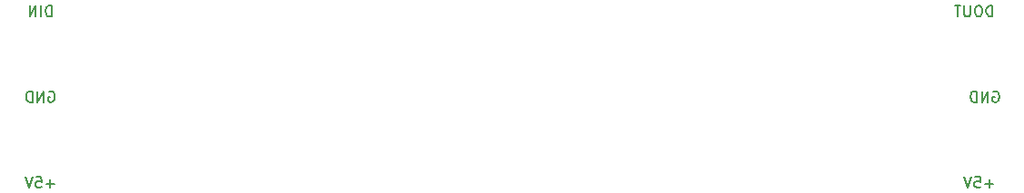
<source format=gbr>
G04 #@! TF.FileFunction,Legend,Bot*
%FSLAX46Y46*%
G04 Gerber Fmt 4.6, Leading zero omitted, Abs format (unit mm)*
G04 Created by KiCad (PCBNEW (after 2015-may-25 BZR unknown)-product) date 6/10/2015 5:05:59 PM*
%MOMM*%
G01*
G04 APERTURE LIST*
%ADD10C,0.100000*%
%ADD11C,0.150000*%
G04 APERTURE END LIST*
D10*
D11*
X73285714Y-76071429D02*
X72523809Y-76071429D01*
X72904761Y-76452381D02*
X72904761Y-75690476D01*
X71571428Y-75452381D02*
X72047619Y-75452381D01*
X72095238Y-75928571D01*
X72047619Y-75880952D01*
X71952381Y-75833333D01*
X71714285Y-75833333D01*
X71619047Y-75880952D01*
X71571428Y-75928571D01*
X71523809Y-76023810D01*
X71523809Y-76261905D01*
X71571428Y-76357143D01*
X71619047Y-76404762D01*
X71714285Y-76452381D01*
X71952381Y-76452381D01*
X72047619Y-76404762D01*
X72095238Y-76357143D01*
X71238095Y-75452381D02*
X70904762Y-76452381D01*
X70571428Y-75452381D01*
X72761904Y-67500000D02*
X72857142Y-67452381D01*
X72999999Y-67452381D01*
X73142857Y-67500000D01*
X73238095Y-67595238D01*
X73285714Y-67690476D01*
X73333333Y-67880952D01*
X73333333Y-68023810D01*
X73285714Y-68214286D01*
X73238095Y-68309524D01*
X73142857Y-68404762D01*
X72999999Y-68452381D01*
X72904761Y-68452381D01*
X72761904Y-68404762D01*
X72714285Y-68357143D01*
X72714285Y-68023810D01*
X72904761Y-68023810D01*
X72285714Y-68452381D02*
X72285714Y-67452381D01*
X71714285Y-68452381D01*
X71714285Y-67452381D01*
X71238095Y-68452381D02*
X71238095Y-67452381D01*
X71000000Y-67452381D01*
X70857142Y-67500000D01*
X70761904Y-67595238D01*
X70714285Y-67690476D01*
X70666666Y-67880952D01*
X70666666Y-68023810D01*
X70714285Y-68214286D01*
X70761904Y-68309524D01*
X70857142Y-68404762D01*
X71000000Y-68452381D01*
X71238095Y-68452381D01*
X73023809Y-60452381D02*
X73023809Y-59452381D01*
X72785714Y-59452381D01*
X72642856Y-59500000D01*
X72547618Y-59595238D01*
X72499999Y-59690476D01*
X72452380Y-59880952D01*
X72452380Y-60023810D01*
X72499999Y-60214286D01*
X72547618Y-60309524D01*
X72642856Y-60404762D01*
X72785714Y-60452381D01*
X73023809Y-60452381D01*
X72023809Y-60452381D02*
X72023809Y-59452381D01*
X71547619Y-60452381D02*
X71547619Y-59452381D01*
X70976190Y-60452381D01*
X70976190Y-59452381D01*
X160785714Y-76071429D02*
X160023809Y-76071429D01*
X160404761Y-76452381D02*
X160404761Y-75690476D01*
X159071428Y-75452381D02*
X159547619Y-75452381D01*
X159595238Y-75928571D01*
X159547619Y-75880952D01*
X159452381Y-75833333D01*
X159214285Y-75833333D01*
X159119047Y-75880952D01*
X159071428Y-75928571D01*
X159023809Y-76023810D01*
X159023809Y-76261905D01*
X159071428Y-76357143D01*
X159119047Y-76404762D01*
X159214285Y-76452381D01*
X159452381Y-76452381D01*
X159547619Y-76404762D01*
X159595238Y-76357143D01*
X158738095Y-75452381D02*
X158404762Y-76452381D01*
X158071428Y-75452381D01*
X160761904Y-67500000D02*
X160857142Y-67452381D01*
X160999999Y-67452381D01*
X161142857Y-67500000D01*
X161238095Y-67595238D01*
X161285714Y-67690476D01*
X161333333Y-67880952D01*
X161333333Y-68023810D01*
X161285714Y-68214286D01*
X161238095Y-68309524D01*
X161142857Y-68404762D01*
X160999999Y-68452381D01*
X160904761Y-68452381D01*
X160761904Y-68404762D01*
X160714285Y-68357143D01*
X160714285Y-68023810D01*
X160904761Y-68023810D01*
X160285714Y-68452381D02*
X160285714Y-67452381D01*
X159714285Y-68452381D01*
X159714285Y-67452381D01*
X159238095Y-68452381D02*
X159238095Y-67452381D01*
X159000000Y-67452381D01*
X158857142Y-67500000D01*
X158761904Y-67595238D01*
X158714285Y-67690476D01*
X158666666Y-67880952D01*
X158666666Y-68023810D01*
X158714285Y-68214286D01*
X158761904Y-68309524D01*
X158857142Y-68404762D01*
X159000000Y-68452381D01*
X159238095Y-68452381D01*
X160690476Y-60452381D02*
X160690476Y-59452381D01*
X160452381Y-59452381D01*
X160309523Y-59500000D01*
X160214285Y-59595238D01*
X160166666Y-59690476D01*
X160119047Y-59880952D01*
X160119047Y-60023810D01*
X160166666Y-60214286D01*
X160214285Y-60309524D01*
X160309523Y-60404762D01*
X160452381Y-60452381D01*
X160690476Y-60452381D01*
X159500000Y-59452381D02*
X159309523Y-59452381D01*
X159214285Y-59500000D01*
X159119047Y-59595238D01*
X159071428Y-59785714D01*
X159071428Y-60119048D01*
X159119047Y-60309524D01*
X159214285Y-60404762D01*
X159309523Y-60452381D01*
X159500000Y-60452381D01*
X159595238Y-60404762D01*
X159690476Y-60309524D01*
X159738095Y-60119048D01*
X159738095Y-59785714D01*
X159690476Y-59595238D01*
X159595238Y-59500000D01*
X159500000Y-59452381D01*
X158642857Y-59452381D02*
X158642857Y-60261905D01*
X158595238Y-60357143D01*
X158547619Y-60404762D01*
X158452381Y-60452381D01*
X158261904Y-60452381D01*
X158166666Y-60404762D01*
X158119047Y-60357143D01*
X158071428Y-60261905D01*
X158071428Y-59452381D01*
X157738095Y-59452381D02*
X157166666Y-59452381D01*
X157452381Y-60452381D02*
X157452381Y-59452381D01*
M02*

</source>
